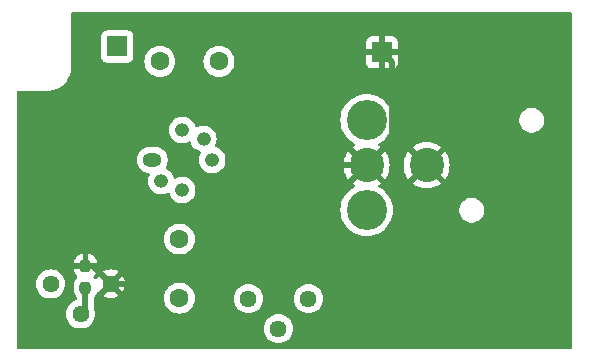
<source format=gbr>
%TF.GenerationSoftware,KiCad,Pcbnew,8.0.5*%
%TF.CreationDate,2024-10-12T09:30:04-04:00*%
%TF.ProjectId,preamp,70726561-6d70-42e6-9b69-6361645f7063,rev?*%
%TF.SameCoordinates,Original*%
%TF.FileFunction,Copper,L2,Bot*%
%TF.FilePolarity,Positive*%
%FSLAX46Y46*%
G04 Gerber Fmt 4.6, Leading zero omitted, Abs format (unit mm)*
G04 Created by KiCad (PCBNEW 8.0.5) date 2024-10-12 09:30:04*
%MOMM*%
%LPD*%
G01*
G04 APERTURE LIST*
G04 Aperture macros list*
%AMRoundRect*
0 Rectangle with rounded corners*
0 $1 Rounding radius*
0 $2 $3 $4 $5 $6 $7 $8 $9 X,Y pos of 4 corners*
0 Add a 4 corners polygon primitive as box body*
4,1,4,$2,$3,$4,$5,$6,$7,$8,$9,$2,$3,0*
0 Add four circle primitives for the rounded corners*
1,1,$1+$1,$2,$3*
1,1,$1+$1,$4,$5*
1,1,$1+$1,$6,$7*
1,1,$1+$1,$8,$9*
0 Add four rect primitives between the rounded corners*
20,1,$1+$1,$2,$3,$4,$5,0*
20,1,$1+$1,$4,$5,$6,$7,0*
20,1,$1+$1,$6,$7,$8,$9,0*
20,1,$1+$1,$8,$9,$2,$3,0*%
G04 Aperture macros list end*
%TA.AperFunction,ComponentPad*%
%ADD10C,1.600000*%
%TD*%
%TA.AperFunction,ComponentPad*%
%ADD11C,3.400000*%
%TD*%
%TA.AperFunction,ComponentPad*%
%ADD12C,2.900000*%
%TD*%
%TA.AperFunction,ComponentPad*%
%ADD13R,1.700000X1.700000*%
%TD*%
%TA.AperFunction,ComponentPad*%
%ADD14C,1.440000*%
%TD*%
%TA.AperFunction,ComponentPad*%
%ADD15O,1.600000X1.200000*%
%TD*%
%TA.AperFunction,ComponentPad*%
%ADD16O,1.200000X1.200000*%
%TD*%
%TA.AperFunction,SMDPad,CuDef*%
%ADD17RoundRect,0.237500X0.237500X-0.250000X0.237500X0.250000X-0.237500X0.250000X-0.237500X-0.250000X0*%
%TD*%
%TA.AperFunction,ViaPad*%
%ADD18C,0.800000*%
%TD*%
%TA.AperFunction,Conductor*%
%ADD19C,0.500000*%
%TD*%
G04 APERTURE END LIST*
D10*
%TO.P,C4,1*%
%TO.N,Net-(Q2B-G2)*%
X108200000Y-75600000D03*
%TO.P,C4,2*%
%TO.N,Net-(C4-Pad2)*%
X103200000Y-75600000D03*
%TD*%
D11*
%TO.P,J1,1*%
%TO.N,/out+*%
X120700000Y-88210000D03*
%TO.P,J1,2*%
%TO.N,/out-*%
X120700000Y-80590000D03*
D12*
%TO.P,J1,3*%
%TO.N,GND*%
X120700000Y-84400000D03*
%TO.P,J1,G*%
X125780000Y-84400000D03*
%TD*%
D13*
%TO.P,TP2,1,1*%
%TO.N,Net-(C4-Pad2)*%
X99600000Y-74350000D03*
%TD*%
D14*
%TO.P,RV2,1,1*%
%TO.N,/out+*%
X110700000Y-95700000D03*
%TO.P,RV2,2,2*%
%TO.N,Net-(C2-Pad1)*%
X113240000Y-98240000D03*
%TO.P,RV2,3,3*%
%TO.N,/out-*%
X115780000Y-95700000D03*
%TD*%
D10*
%TO.P,C2,1*%
%TO.N,Net-(C2-Pad1)*%
X104850000Y-95650000D03*
%TO.P,C2,2*%
%TO.N,Net-(Q2A-G1)*%
X104850000Y-90650000D03*
%TD*%
D15*
%TO.P,Q2,1,S1*%
%TO.N,Net-(Q2A-S1)*%
X102560000Y-83950000D03*
D16*
%TO.P,Q2,2,D1*%
%TO.N,Net-(Q1-E)*%
X103303949Y-85746051D03*
%TO.P,Q2,3,G1*%
%TO.N,Net-(Q2A-G1)*%
X105100000Y-86490000D03*
%TO.P,Q2,4,S2*%
%TO.N,Net-(Q2B-S2)*%
X107640000Y-83950000D03*
%TO.P,Q2,5,D2*%
%TO.N,Net-(Q2B-D2)*%
X106896051Y-82153949D03*
%TO.P,Q2,6,G2*%
%TO.N,Net-(Q2B-G2)*%
X105100000Y-81410000D03*
%TD*%
D13*
%TO.P,TP1,1,1*%
%TO.N,GND*%
X122000000Y-74850000D03*
%TD*%
D14*
%TO.P,RV1,1,1*%
%TO.N,Net-(R6-Pad2)*%
X93950000Y-94450000D03*
%TO.P,RV1,2,2*%
%TO.N,Net-(Q3-B)*%
X96490000Y-96990000D03*
%TO.P,RV1,3,3*%
%TO.N,GND*%
X99030000Y-94450000D03*
%TD*%
D17*
%TO.P,C3,1*%
%TO.N,Net-(Q3-B)*%
X96900000Y-94762500D03*
%TO.P,C3,2*%
%TO.N,GND*%
X96900000Y-92937500D03*
%TD*%
D18*
%TO.N,GND*%
X111200000Y-77150000D03*
X99350000Y-78100000D03*
X111200000Y-84200000D03*
X109623922Y-88273922D03*
%TD*%
D19*
%TO.N,GND*%
X113297845Y-84200000D02*
X113497845Y-84400000D01*
X99350000Y-78100000D02*
X101075000Y-79825000D01*
X109623922Y-88273922D02*
X113497845Y-84400000D01*
X103447845Y-94450000D02*
X109623922Y-88273922D01*
X97517500Y-92937500D02*
X99030000Y-94450000D01*
X113875000Y-79825000D02*
X111200000Y-77150000D01*
X111200000Y-84200000D02*
X113297845Y-84200000D01*
X96900000Y-92937500D02*
X97517500Y-92937500D01*
X120700000Y-84400000D02*
X118450000Y-84400000D01*
X99030000Y-94450000D02*
X103447845Y-94450000D01*
X122850000Y-82250000D02*
X120700000Y-84400000D01*
X113497845Y-84400000D02*
X120700000Y-84400000D01*
X101075000Y-79825000D02*
X113875000Y-79825000D01*
X122000000Y-74850000D02*
X122850000Y-75700000D01*
X118450000Y-84400000D02*
X113875000Y-79825000D01*
X122850000Y-75700000D02*
X122850000Y-82250000D01*
%TO.N,Net-(Q3-B)*%
X96900000Y-94762500D02*
X96900000Y-96580000D01*
X96900000Y-96580000D02*
X96490000Y-96990000D01*
%TD*%
%TA.AperFunction,Conductor*%
%TO.N,GND*%
G36*
X138043039Y-71419685D02*
G01*
X138088794Y-71472489D01*
X138100000Y-71524000D01*
X138100000Y-99876000D01*
X138080315Y-99943039D01*
X138027511Y-99988794D01*
X137976000Y-100000000D01*
X91224000Y-100000000D01*
X91156961Y-99980315D01*
X91111206Y-99927511D01*
X91100000Y-99876000D01*
X91100000Y-98239998D01*
X112006807Y-98239998D01*
X112006807Y-98240001D01*
X112025541Y-98454136D01*
X112025542Y-98454144D01*
X112081176Y-98661772D01*
X112081177Y-98661774D01*
X112081178Y-98661777D01*
X112172024Y-98856597D01*
X112172026Y-98856601D01*
X112295319Y-99032682D01*
X112447317Y-99184680D01*
X112623398Y-99307973D01*
X112623400Y-99307974D01*
X112623403Y-99307976D01*
X112818223Y-99398822D01*
X113025858Y-99454458D01*
X113178816Y-99467840D01*
X113239998Y-99473193D01*
X113240000Y-99473193D01*
X113240002Y-99473193D01*
X113293535Y-99468509D01*
X113454142Y-99454458D01*
X113661777Y-99398822D01*
X113856597Y-99307976D01*
X114032681Y-99184681D01*
X114184681Y-99032681D01*
X114307976Y-98856597D01*
X114398822Y-98661777D01*
X114454458Y-98454142D01*
X114473193Y-98240000D01*
X114470083Y-98204458D01*
X114457268Y-98057975D01*
X114454458Y-98025858D01*
X114398822Y-97818223D01*
X114307976Y-97623404D01*
X114184681Y-97447319D01*
X114184679Y-97447316D01*
X114032682Y-97295319D01*
X113856601Y-97172026D01*
X113856597Y-97172024D01*
X113856595Y-97172023D01*
X113661777Y-97081178D01*
X113661774Y-97081177D01*
X113661772Y-97081176D01*
X113454144Y-97025542D01*
X113454136Y-97025541D01*
X113240002Y-97006807D01*
X113239998Y-97006807D01*
X113025863Y-97025541D01*
X113025855Y-97025542D01*
X112818227Y-97081176D01*
X112818221Y-97081179D01*
X112623405Y-97172023D01*
X112623403Y-97172024D01*
X112447316Y-97295320D01*
X112295320Y-97447316D01*
X112172024Y-97623403D01*
X112172023Y-97623405D01*
X112081179Y-97818221D01*
X112081176Y-97818227D01*
X112025542Y-98025855D01*
X112025541Y-98025863D01*
X112006807Y-98239998D01*
X91100000Y-98239998D01*
X91100000Y-96989998D01*
X95256807Y-96989998D01*
X95256807Y-96990001D01*
X95275541Y-97204136D01*
X95275542Y-97204144D01*
X95331176Y-97411772D01*
X95331177Y-97411774D01*
X95331178Y-97411777D01*
X95422024Y-97606597D01*
X95422026Y-97606601D01*
X95545319Y-97782682D01*
X95697317Y-97934680D01*
X95873398Y-98057973D01*
X95873400Y-98057974D01*
X95873403Y-98057976D01*
X96068223Y-98148822D01*
X96275858Y-98204458D01*
X96428816Y-98217840D01*
X96489998Y-98223193D01*
X96490000Y-98223193D01*
X96490002Y-98223193D01*
X96543535Y-98218509D01*
X96704142Y-98204458D01*
X96911777Y-98148822D01*
X97106597Y-98057976D01*
X97282681Y-97934681D01*
X97434681Y-97782681D01*
X97557976Y-97606597D01*
X97648822Y-97411777D01*
X97704458Y-97204142D01*
X97723193Y-96990000D01*
X97704458Y-96775858D01*
X97662725Y-96620107D01*
X97658500Y-96588014D01*
X97658500Y-95597866D01*
X97678185Y-95530827D01*
X97694819Y-95510185D01*
X97726658Y-95478346D01*
X97818209Y-95329920D01*
X97860962Y-95200898D01*
X97900734Y-95143452D01*
X97965250Y-95116629D01*
X97989476Y-95116373D01*
X98008415Y-95118030D01*
X98630000Y-94496445D01*
X98630000Y-94502661D01*
X98657259Y-94604394D01*
X98709920Y-94695606D01*
X98784394Y-94770080D01*
X98875606Y-94822741D01*
X98977339Y-94850000D01*
X98983553Y-94850000D01*
X98361968Y-95471584D01*
X98417663Y-95510582D01*
X98417669Y-95510586D01*
X98611140Y-95600802D01*
X98611146Y-95600805D01*
X98817337Y-95656054D01*
X98817345Y-95656055D01*
X99029998Y-95674660D01*
X99030002Y-95674660D01*
X99242654Y-95656055D01*
X99242662Y-95656054D01*
X99265263Y-95649998D01*
X103536502Y-95649998D01*
X103536502Y-95650001D01*
X103556456Y-95878081D01*
X103556457Y-95878089D01*
X103615714Y-96099238D01*
X103615718Y-96099249D01*
X103661449Y-96197319D01*
X103712477Y-96306749D01*
X103843802Y-96494300D01*
X104005700Y-96656198D01*
X104193251Y-96787523D01*
X104318091Y-96845736D01*
X104400750Y-96884281D01*
X104400752Y-96884281D01*
X104400757Y-96884284D01*
X104621913Y-96943543D01*
X104784832Y-96957796D01*
X104849998Y-96963498D01*
X104850000Y-96963498D01*
X104850002Y-96963498D01*
X104907021Y-96958509D01*
X105078087Y-96943543D01*
X105299243Y-96884284D01*
X105506749Y-96787523D01*
X105694300Y-96656198D01*
X105856198Y-96494300D01*
X105987523Y-96306749D01*
X106084284Y-96099243D01*
X106143543Y-95878087D01*
X106159124Y-95699998D01*
X109466807Y-95699998D01*
X109466807Y-95700001D01*
X109485541Y-95914136D01*
X109485542Y-95914144D01*
X109541176Y-96121772D01*
X109541177Y-96121774D01*
X109541178Y-96121777D01*
X109576404Y-96197319D01*
X109632024Y-96316597D01*
X109632026Y-96316601D01*
X109755319Y-96492682D01*
X109907317Y-96644680D01*
X110083398Y-96767973D01*
X110083400Y-96767974D01*
X110083403Y-96767976D01*
X110278223Y-96858822D01*
X110485858Y-96914458D01*
X110638816Y-96927840D01*
X110699998Y-96933193D01*
X110700000Y-96933193D01*
X110700002Y-96933193D01*
X110753535Y-96928509D01*
X110914142Y-96914458D01*
X111121777Y-96858822D01*
X111316597Y-96767976D01*
X111492681Y-96644681D01*
X111644681Y-96492681D01*
X111767976Y-96316597D01*
X111858822Y-96121777D01*
X111914458Y-95914142D01*
X111933193Y-95700000D01*
X111933193Y-95699998D01*
X114546807Y-95699998D01*
X114546807Y-95700001D01*
X114565541Y-95914136D01*
X114565542Y-95914144D01*
X114621176Y-96121772D01*
X114621177Y-96121774D01*
X114621178Y-96121777D01*
X114656404Y-96197319D01*
X114712024Y-96316597D01*
X114712026Y-96316601D01*
X114835319Y-96492682D01*
X114987317Y-96644680D01*
X115163398Y-96767973D01*
X115163400Y-96767974D01*
X115163403Y-96767976D01*
X115358223Y-96858822D01*
X115565858Y-96914458D01*
X115718816Y-96927840D01*
X115779998Y-96933193D01*
X115780000Y-96933193D01*
X115780002Y-96933193D01*
X115833535Y-96928509D01*
X115994142Y-96914458D01*
X116201777Y-96858822D01*
X116396597Y-96767976D01*
X116572681Y-96644681D01*
X116724681Y-96492681D01*
X116847976Y-96316597D01*
X116938822Y-96121777D01*
X116994458Y-95914142D01*
X117013193Y-95700000D01*
X117010083Y-95664458D01*
X117005216Y-95608820D01*
X116994458Y-95485858D01*
X116938822Y-95278223D01*
X116847976Y-95083404D01*
X116724681Y-94907319D01*
X116724679Y-94907316D01*
X116572682Y-94755319D01*
X116396601Y-94632026D01*
X116396597Y-94632024D01*
X116337344Y-94604394D01*
X116201777Y-94541178D01*
X116201774Y-94541177D01*
X116201772Y-94541176D01*
X115994144Y-94485542D01*
X115994136Y-94485541D01*
X115780002Y-94466807D01*
X115779998Y-94466807D01*
X115565863Y-94485541D01*
X115565855Y-94485542D01*
X115358227Y-94541176D01*
X115358221Y-94541179D01*
X115163405Y-94632023D01*
X115163403Y-94632024D01*
X114987316Y-94755320D01*
X114835320Y-94907316D01*
X114712024Y-95083403D01*
X114712023Y-95083405D01*
X114621179Y-95278221D01*
X114621176Y-95278227D01*
X114565542Y-95485855D01*
X114565541Y-95485863D01*
X114546807Y-95699998D01*
X111933193Y-95699998D01*
X111930083Y-95664458D01*
X111925216Y-95608820D01*
X111914458Y-95485858D01*
X111858822Y-95278223D01*
X111767976Y-95083404D01*
X111644681Y-94907319D01*
X111644679Y-94907316D01*
X111492682Y-94755319D01*
X111316601Y-94632026D01*
X111316597Y-94632024D01*
X111257344Y-94604394D01*
X111121777Y-94541178D01*
X111121774Y-94541177D01*
X111121772Y-94541176D01*
X110914144Y-94485542D01*
X110914136Y-94485541D01*
X110700002Y-94466807D01*
X110699998Y-94466807D01*
X110485863Y-94485541D01*
X110485855Y-94485542D01*
X110278227Y-94541176D01*
X110278221Y-94541179D01*
X110083405Y-94632023D01*
X110083403Y-94632024D01*
X109907316Y-94755320D01*
X109755320Y-94907316D01*
X109632024Y-95083403D01*
X109632023Y-95083405D01*
X109541179Y-95278221D01*
X109541176Y-95278227D01*
X109485542Y-95485855D01*
X109485541Y-95485863D01*
X109466807Y-95699998D01*
X106159124Y-95699998D01*
X106163498Y-95650000D01*
X106159895Y-95608823D01*
X106151301Y-95510586D01*
X106143543Y-95421913D01*
X106084284Y-95200757D01*
X105987523Y-94993251D01*
X105856198Y-94805700D01*
X105694300Y-94643802D01*
X105506749Y-94512477D01*
X105506745Y-94512475D01*
X105299249Y-94415718D01*
X105299238Y-94415714D01*
X105078089Y-94356457D01*
X105078081Y-94356456D01*
X104850002Y-94336502D01*
X104849998Y-94336502D01*
X104621918Y-94356456D01*
X104621910Y-94356457D01*
X104400761Y-94415714D01*
X104400750Y-94415718D01*
X104193254Y-94512475D01*
X104193252Y-94512476D01*
X104193251Y-94512477D01*
X104005700Y-94643802D01*
X104005698Y-94643803D01*
X104005695Y-94643806D01*
X103843806Y-94805695D01*
X103712476Y-94993252D01*
X103712475Y-94993254D01*
X103615718Y-95200750D01*
X103615714Y-95200761D01*
X103556457Y-95421910D01*
X103556456Y-95421918D01*
X103536502Y-95649998D01*
X99265263Y-95649998D01*
X99448853Y-95600805D01*
X99448864Y-95600801D01*
X99642325Y-95510589D01*
X99698030Y-95471583D01*
X99076448Y-94850000D01*
X99082661Y-94850000D01*
X99184394Y-94822741D01*
X99275606Y-94770080D01*
X99350080Y-94695606D01*
X99402741Y-94604394D01*
X99430000Y-94502661D01*
X99430000Y-94496447D01*
X100051583Y-95118029D01*
X100090589Y-95062325D01*
X100180801Y-94868864D01*
X100180805Y-94868853D01*
X100236054Y-94662662D01*
X100236055Y-94662654D01*
X100254660Y-94450002D01*
X100254660Y-94449997D01*
X100236055Y-94237345D01*
X100236054Y-94237337D01*
X100180805Y-94031146D01*
X100180802Y-94031140D01*
X100090586Y-93837669D01*
X100090582Y-93837663D01*
X100051584Y-93781968D01*
X99430000Y-94403552D01*
X99430000Y-94397339D01*
X99402741Y-94295606D01*
X99350080Y-94204394D01*
X99275606Y-94129920D01*
X99184394Y-94077259D01*
X99082661Y-94050000D01*
X99076447Y-94050000D01*
X99698030Y-93428415D01*
X99642329Y-93389413D01*
X99448859Y-93299197D01*
X99448853Y-93299194D01*
X99242662Y-93243945D01*
X99242654Y-93243944D01*
X99030002Y-93225340D01*
X99029998Y-93225340D01*
X98817345Y-93243944D01*
X98817337Y-93243945D01*
X98611146Y-93299194D01*
X98611140Y-93299197D01*
X98417671Y-93389412D01*
X98417669Y-93389413D01*
X98361969Y-93428415D01*
X98361968Y-93428415D01*
X98983554Y-94050000D01*
X98977339Y-94050000D01*
X98875606Y-94077259D01*
X98784394Y-94129920D01*
X98709920Y-94204394D01*
X98657259Y-94295606D01*
X98630000Y-94397339D01*
X98630000Y-94403553D01*
X98008415Y-93781968D01*
X98008415Y-93781969D01*
X97969413Y-93837669D01*
X97969412Y-93837671D01*
X97900594Y-93985251D01*
X97854421Y-94037690D01*
X97787228Y-94056842D01*
X97720346Y-94036626D01*
X97700531Y-94020527D01*
X97611674Y-93931670D01*
X97578189Y-93870347D01*
X97583173Y-93800655D01*
X97611674Y-93756307D01*
X97719948Y-93648033D01*
X97810448Y-93501311D01*
X97810453Y-93501300D01*
X97864680Y-93337652D01*
X97874999Y-93236654D01*
X97875000Y-93236641D01*
X97875000Y-93187500D01*
X95925001Y-93187500D01*
X95925001Y-93236654D01*
X95935319Y-93337652D01*
X95989546Y-93501300D01*
X95989551Y-93501311D01*
X96080052Y-93648034D01*
X96080055Y-93648038D01*
X96188325Y-93756308D01*
X96221810Y-93817631D01*
X96216826Y-93887323D01*
X96188326Y-93931670D01*
X96073339Y-94046657D01*
X95981795Y-94195071D01*
X95981790Y-94195082D01*
X95926938Y-94360617D01*
X95916500Y-94462779D01*
X95916500Y-95062205D01*
X95916501Y-95062221D01*
X95926938Y-95164382D01*
X95981790Y-95329917D01*
X95981795Y-95329928D01*
X96073339Y-95478342D01*
X96073342Y-95478346D01*
X96105181Y-95510185D01*
X96138666Y-95571508D01*
X96141500Y-95597866D01*
X96141500Y-95718011D01*
X96121815Y-95785050D01*
X96069905Y-95830393D01*
X95873405Y-95922023D01*
X95873403Y-95922024D01*
X95697316Y-96045320D01*
X95545320Y-96197316D01*
X95422024Y-96373403D01*
X95422023Y-96373405D01*
X95331179Y-96568221D01*
X95331176Y-96568227D01*
X95275542Y-96775855D01*
X95275541Y-96775863D01*
X95256807Y-96989998D01*
X91100000Y-96989998D01*
X91100000Y-94449998D01*
X92716807Y-94449998D01*
X92716807Y-94450001D01*
X92735541Y-94664136D01*
X92735542Y-94664144D01*
X92791176Y-94871772D01*
X92791177Y-94871774D01*
X92791178Y-94871777D01*
X92847822Y-94993251D01*
X92882024Y-95066597D01*
X92882026Y-95066601D01*
X93005319Y-95242682D01*
X93157317Y-95394680D01*
X93333398Y-95517973D01*
X93333400Y-95517974D01*
X93333403Y-95517976D01*
X93528223Y-95608822D01*
X93735858Y-95664458D01*
X93888816Y-95677840D01*
X93949998Y-95683193D01*
X93950000Y-95683193D01*
X93950002Y-95683193D01*
X94003535Y-95678509D01*
X94164142Y-95664458D01*
X94371777Y-95608822D01*
X94566597Y-95517976D01*
X94742681Y-95394681D01*
X94894681Y-95242681D01*
X95017976Y-95066597D01*
X95108822Y-94871777D01*
X95164458Y-94664142D01*
X95183193Y-94450000D01*
X95164458Y-94235858D01*
X95108822Y-94028223D01*
X95017976Y-93833404D01*
X94894681Y-93657319D01*
X94894679Y-93657316D01*
X94742682Y-93505319D01*
X94566601Y-93382026D01*
X94566597Y-93382024D01*
X94566595Y-93382023D01*
X94371777Y-93291178D01*
X94371774Y-93291177D01*
X94371772Y-93291176D01*
X94164144Y-93235542D01*
X94164136Y-93235541D01*
X93950002Y-93216807D01*
X93949998Y-93216807D01*
X93735863Y-93235541D01*
X93735855Y-93235542D01*
X93528227Y-93291176D01*
X93528221Y-93291179D01*
X93333405Y-93382023D01*
X93333403Y-93382024D01*
X93157316Y-93505320D01*
X93005320Y-93657316D01*
X92882024Y-93833403D01*
X92882023Y-93833405D01*
X92791179Y-94028221D01*
X92791176Y-94028227D01*
X92735542Y-94235855D01*
X92735541Y-94235863D01*
X92716807Y-94449998D01*
X91100000Y-94449998D01*
X91100000Y-92638345D01*
X95925000Y-92638345D01*
X95925000Y-92687500D01*
X96650000Y-92687500D01*
X97150000Y-92687500D01*
X97874999Y-92687500D01*
X97874999Y-92638360D01*
X97874998Y-92638345D01*
X97864680Y-92537347D01*
X97810453Y-92373699D01*
X97810448Y-92373688D01*
X97719947Y-92226965D01*
X97719944Y-92226961D01*
X97598038Y-92105055D01*
X97598034Y-92105052D01*
X97451311Y-92014551D01*
X97451300Y-92014546D01*
X97287652Y-91960319D01*
X97186654Y-91950000D01*
X97150000Y-91950000D01*
X97150000Y-92687500D01*
X96650000Y-92687500D01*
X96650000Y-91950000D01*
X96613361Y-91950000D01*
X96613343Y-91950001D01*
X96512347Y-91960319D01*
X96348699Y-92014546D01*
X96348688Y-92014551D01*
X96201965Y-92105052D01*
X96201961Y-92105055D01*
X96080055Y-92226961D01*
X96080052Y-92226965D01*
X95989551Y-92373688D01*
X95989546Y-92373699D01*
X95935319Y-92537347D01*
X95925000Y-92638345D01*
X91100000Y-92638345D01*
X91100000Y-90649998D01*
X103536502Y-90649998D01*
X103536502Y-90650001D01*
X103556456Y-90878081D01*
X103556457Y-90878089D01*
X103615714Y-91099238D01*
X103615718Y-91099249D01*
X103712475Y-91306745D01*
X103712477Y-91306749D01*
X103843802Y-91494300D01*
X104005700Y-91656198D01*
X104193251Y-91787523D01*
X104318091Y-91845736D01*
X104400750Y-91884281D01*
X104400752Y-91884281D01*
X104400757Y-91884284D01*
X104621913Y-91943543D01*
X104784832Y-91957796D01*
X104849998Y-91963498D01*
X104850000Y-91963498D01*
X104850002Y-91963498D01*
X104907021Y-91958509D01*
X105078087Y-91943543D01*
X105299243Y-91884284D01*
X105506749Y-91787523D01*
X105694300Y-91656198D01*
X105856198Y-91494300D01*
X105987523Y-91306749D01*
X106084284Y-91099243D01*
X106143543Y-90878087D01*
X106163498Y-90650000D01*
X106143543Y-90421913D01*
X106084284Y-90200757D01*
X105987523Y-89993251D01*
X105856198Y-89805700D01*
X105694300Y-89643802D01*
X105506749Y-89512477D01*
X105506745Y-89512475D01*
X105299249Y-89415718D01*
X105299238Y-89415714D01*
X105078089Y-89356457D01*
X105078081Y-89356456D01*
X104850002Y-89336502D01*
X104849998Y-89336502D01*
X104621918Y-89356456D01*
X104621910Y-89356457D01*
X104400761Y-89415714D01*
X104400750Y-89415718D01*
X104193254Y-89512475D01*
X104193252Y-89512476D01*
X104193251Y-89512477D01*
X104005700Y-89643802D01*
X104005698Y-89643803D01*
X104005695Y-89643806D01*
X103843806Y-89805695D01*
X103712476Y-89993252D01*
X103712475Y-89993254D01*
X103615718Y-90200750D01*
X103615714Y-90200761D01*
X103556457Y-90421910D01*
X103556456Y-90421918D01*
X103536502Y-90649998D01*
X91100000Y-90649998D01*
X91100000Y-83862759D01*
X101251500Y-83862759D01*
X101251500Y-84037240D01*
X101278795Y-84209575D01*
X101332710Y-84375513D01*
X101332711Y-84375516D01*
X101411928Y-84530984D01*
X101514477Y-84672132D01*
X101514481Y-84672137D01*
X101637862Y-84795518D01*
X101637867Y-84795522D01*
X101754306Y-84880119D01*
X101779019Y-84898074D01*
X101874134Y-84946538D01*
X101934483Y-84977288D01*
X101934486Y-84977289D01*
X101992250Y-84996057D01*
X102100426Y-85031205D01*
X102231159Y-85051911D01*
X102294293Y-85081840D01*
X102331225Y-85141151D01*
X102330227Y-85211014D01*
X102322761Y-85229656D01*
X102265879Y-85343888D01*
X102265873Y-85343903D01*
X102209655Y-85541490D01*
X102209654Y-85541492D01*
X102190700Y-85746050D01*
X102190700Y-85746051D01*
X102209654Y-85950609D01*
X102209655Y-85950611D01*
X102265873Y-86148198D01*
X102265879Y-86148213D01*
X102357442Y-86332095D01*
X102357447Y-86332103D01*
X102481249Y-86496044D01*
X102609733Y-86613171D01*
X102633067Y-86634443D01*
X102807731Y-86742591D01*
X102999294Y-86816802D01*
X103201231Y-86854551D01*
X103201233Y-86854551D01*
X103406665Y-86854551D01*
X103406667Y-86854551D01*
X103608604Y-86816802D01*
X103800167Y-86742591D01*
X103846931Y-86713635D01*
X103914290Y-86695079D01*
X103980990Y-86715886D01*
X104025852Y-86769451D01*
X104031475Y-86785128D01*
X104061924Y-86892147D01*
X104061930Y-86892162D01*
X104153493Y-87076044D01*
X104153498Y-87076052D01*
X104277300Y-87239993D01*
X104407904Y-87359053D01*
X104429118Y-87378392D01*
X104603782Y-87486540D01*
X104795345Y-87560751D01*
X104997282Y-87598500D01*
X104997284Y-87598500D01*
X105202716Y-87598500D01*
X105202718Y-87598500D01*
X105404655Y-87560751D01*
X105596218Y-87486540D01*
X105770882Y-87378392D01*
X105922701Y-87239991D01*
X106046503Y-87076050D01*
X106138074Y-86892152D01*
X106194294Y-86694559D01*
X106213249Y-86490000D01*
X106194294Y-86285441D01*
X106138074Y-86087848D01*
X106116558Y-86044638D01*
X106046506Y-85903955D01*
X106046501Y-85903947D01*
X105922699Y-85740006D01*
X105770883Y-85601609D01*
X105770882Y-85601608D01*
X105639343Y-85520162D01*
X105596220Y-85493461D01*
X105596218Y-85493460D01*
X105404655Y-85419249D01*
X105202718Y-85381500D01*
X104997282Y-85381500D01*
X104795345Y-85419249D01*
X104795342Y-85419249D01*
X104795342Y-85419250D01*
X104603776Y-85493462D01*
X104557016Y-85522415D01*
X104489655Y-85540970D01*
X104422956Y-85520162D01*
X104378095Y-85466597D01*
X104372479Y-85450944D01*
X104342023Y-85343899D01*
X104342018Y-85343888D01*
X104250455Y-85160006D01*
X104250450Y-85159998D01*
X104126648Y-84996057D01*
X103974832Y-84857660D01*
X103974831Y-84857659D01*
X103800167Y-84749511D01*
X103754610Y-84731862D01*
X103699210Y-84689290D01*
X103675619Y-84623523D01*
X103691330Y-84555443D01*
X103699088Y-84543349D01*
X103708074Y-84530981D01*
X103787288Y-84375516D01*
X103841205Y-84209574D01*
X103868500Y-84037241D01*
X103868500Y-83862759D01*
X103841205Y-83690426D01*
X103814246Y-83607455D01*
X103787289Y-83524486D01*
X103787288Y-83524483D01*
X103724372Y-83401006D01*
X103708074Y-83369019D01*
X103694971Y-83350984D01*
X103605522Y-83227867D01*
X103605518Y-83227862D01*
X103482137Y-83104481D01*
X103482132Y-83104477D01*
X103340984Y-83001928D01*
X103340983Y-83001927D01*
X103340981Y-83001926D01*
X103291175Y-82976548D01*
X103185516Y-82922711D01*
X103185513Y-82922710D01*
X103019575Y-82868795D01*
X102933407Y-82855147D01*
X102847241Y-82841500D01*
X102272759Y-82841500D01*
X102215314Y-82850598D01*
X102100424Y-82868795D01*
X101934486Y-82922710D01*
X101934483Y-82922711D01*
X101779015Y-83001928D01*
X101637867Y-83104477D01*
X101637862Y-83104481D01*
X101514481Y-83227862D01*
X101514477Y-83227867D01*
X101411928Y-83369015D01*
X101332711Y-83524483D01*
X101332710Y-83524486D01*
X101278795Y-83690424D01*
X101251500Y-83862759D01*
X91100000Y-83862759D01*
X91100000Y-81409999D01*
X103986751Y-81409999D01*
X103986751Y-81410000D01*
X104005705Y-81614558D01*
X104005706Y-81614560D01*
X104061924Y-81812147D01*
X104061930Y-81812162D01*
X104153493Y-81996044D01*
X104153498Y-81996052D01*
X104277300Y-82159993D01*
X104405784Y-82277120D01*
X104429118Y-82298392D01*
X104603782Y-82406540D01*
X104795345Y-82480751D01*
X104997282Y-82518500D01*
X104997284Y-82518500D01*
X105202716Y-82518500D01*
X105202718Y-82518500D01*
X105404655Y-82480751D01*
X105596218Y-82406540D01*
X105642982Y-82377584D01*
X105710341Y-82359028D01*
X105777041Y-82379835D01*
X105821903Y-82433400D01*
X105827526Y-82449077D01*
X105857975Y-82556096D01*
X105857981Y-82556111D01*
X105949544Y-82739993D01*
X105949549Y-82740001D01*
X106073351Y-82903942D01*
X106180836Y-83001926D01*
X106225169Y-83042341D01*
X106399833Y-83150489D01*
X106591396Y-83224700D01*
X106591400Y-83224700D01*
X106591401Y-83224701D01*
X106596903Y-83226267D01*
X106596227Y-83228640D01*
X106649057Y-83255464D01*
X106684366Y-83315755D01*
X106681473Y-83385565D01*
X106675044Y-83401006D01*
X106601930Y-83547837D01*
X106601924Y-83547852D01*
X106545706Y-83745439D01*
X106545705Y-83745441D01*
X106526751Y-83949999D01*
X106526751Y-83950000D01*
X106545705Y-84154558D01*
X106545706Y-84154560D01*
X106601924Y-84352147D01*
X106601930Y-84352162D01*
X106693493Y-84536044D01*
X106693498Y-84536052D01*
X106817300Y-84699993D01*
X106892349Y-84768408D01*
X106969118Y-84838392D01*
X107143782Y-84946540D01*
X107335345Y-85020751D01*
X107537282Y-85058500D01*
X107537284Y-85058500D01*
X107742716Y-85058500D01*
X107742718Y-85058500D01*
X107944655Y-85020751D01*
X108136218Y-84946540D01*
X108310882Y-84838392D01*
X108462701Y-84699991D01*
X108586503Y-84536050D01*
X108678074Y-84352152D01*
X108734294Y-84154559D01*
X108753249Y-83950000D01*
X108743138Y-83840889D01*
X108734294Y-83745441D01*
X108734293Y-83745439D01*
X108678075Y-83547852D01*
X108678074Y-83547848D01*
X108678069Y-83547837D01*
X108586506Y-83363955D01*
X108586501Y-83363947D01*
X108462699Y-83200006D01*
X108310883Y-83061609D01*
X108310882Y-83061608D01*
X108136218Y-82953460D01*
X107944655Y-82879249D01*
X107944653Y-82879248D01*
X107944649Y-82879247D01*
X107939148Y-82877682D01*
X107939818Y-82875325D01*
X107886926Y-82848422D01*
X107851662Y-82788104D01*
X107854607Y-82718296D01*
X107861006Y-82702942D01*
X107861172Y-82702610D01*
X107934125Y-82556101D01*
X107990345Y-82358508D01*
X108009300Y-82153949D01*
X107990345Y-81949390D01*
X107934125Y-81751797D01*
X107934120Y-81751786D01*
X107842557Y-81567904D01*
X107842552Y-81567896D01*
X107718750Y-81403955D01*
X107566934Y-81265558D01*
X107566933Y-81265557D01*
X107401021Y-81162828D01*
X107392271Y-81157410D01*
X107392269Y-81157409D01*
X107200706Y-81083198D01*
X106998769Y-81045449D01*
X106793333Y-81045449D01*
X106591396Y-81083198D01*
X106591393Y-81083198D01*
X106591393Y-81083199D01*
X106399827Y-81157411D01*
X106353067Y-81186364D01*
X106285706Y-81204919D01*
X106219007Y-81184111D01*
X106174146Y-81130546D01*
X106168530Y-81114893D01*
X106138074Y-81007848D01*
X106138069Y-81007837D01*
X106046506Y-80823955D01*
X106046501Y-80823947D01*
X105922699Y-80660006D01*
X105845896Y-80589992D01*
X118486761Y-80589992D01*
X118486761Y-80590007D01*
X118505694Y-80878869D01*
X118505695Y-80878879D01*
X118505696Y-80878886D01*
X118505698Y-80878896D01*
X118562174Y-81162822D01*
X118562177Y-81162836D01*
X118655232Y-81436965D01*
X118655241Y-81436986D01*
X118783279Y-81696621D01*
X118944114Y-81937329D01*
X118944116Y-81937331D01*
X118944119Y-81937335D01*
X119135004Y-82154996D01*
X119352665Y-82345881D01*
X119352668Y-82345883D01*
X119352670Y-82345885D01*
X119593375Y-82506718D01*
X119593376Y-82506718D01*
X119593380Y-82506721D01*
X119644596Y-82531977D01*
X119696014Y-82579281D01*
X119713696Y-82646877D01*
X119692027Y-82713301D01*
X119649188Y-82752016D01*
X119643062Y-82755361D01*
X119643054Y-82755366D01*
X119509156Y-82855601D01*
X119509155Y-82855602D01*
X120488941Y-83835387D01*
X120468409Y-83840889D01*
X120331592Y-83919881D01*
X120219881Y-84031592D01*
X120140889Y-84168409D01*
X120135387Y-84188940D01*
X119155602Y-83209155D01*
X119155601Y-83209156D01*
X119055366Y-83343054D01*
X119055361Y-83343061D01*
X118921689Y-83587865D01*
X118824207Y-83849225D01*
X118764919Y-84121769D01*
X118764918Y-84121776D01*
X118745019Y-84399998D01*
X118745019Y-84400001D01*
X118764918Y-84678223D01*
X118764919Y-84678230D01*
X118824207Y-84950774D01*
X118921689Y-85212134D01*
X119055361Y-85456938D01*
X119155602Y-85590843D01*
X120135387Y-84611058D01*
X120140889Y-84631591D01*
X120219881Y-84768408D01*
X120331592Y-84880119D01*
X120468409Y-84959111D01*
X120488940Y-84964612D01*
X119509155Y-85944396D01*
X119643059Y-86044636D01*
X119649176Y-86047976D01*
X119698583Y-86097380D01*
X119713436Y-86165653D01*
X119689021Y-86231118D01*
X119644597Y-86268022D01*
X119593373Y-86293283D01*
X119352666Y-86454117D01*
X119135004Y-86645004D01*
X118944117Y-86862666D01*
X118783281Y-87103376D01*
X118655235Y-87363026D01*
X118562177Y-87637163D01*
X118562174Y-87637177D01*
X118505698Y-87921103D01*
X118505694Y-87921130D01*
X118486761Y-88209992D01*
X118486761Y-88210007D01*
X118505694Y-88498869D01*
X118505695Y-88498879D01*
X118505696Y-88498886D01*
X118505698Y-88498896D01*
X118562174Y-88782822D01*
X118562177Y-88782836D01*
X118655232Y-89056965D01*
X118655241Y-89056986D01*
X118783279Y-89316621D01*
X118944114Y-89557329D01*
X118944116Y-89557331D01*
X118944119Y-89557335D01*
X119135004Y-89774996D01*
X119352665Y-89965881D01*
X119352668Y-89965883D01*
X119352670Y-89965885D01*
X119593378Y-90126720D01*
X119853013Y-90254758D01*
X119853018Y-90254760D01*
X119853030Y-90254766D01*
X120127172Y-90347825D01*
X120411114Y-90404304D01*
X120438858Y-90406122D01*
X120699993Y-90423239D01*
X120700000Y-90423239D01*
X120700007Y-90423239D01*
X120931274Y-90408080D01*
X120988886Y-90404304D01*
X121272828Y-90347825D01*
X121546970Y-90254766D01*
X121806620Y-90126721D01*
X122047335Y-89965881D01*
X122264996Y-89774996D01*
X122455881Y-89557335D01*
X122616721Y-89316620D01*
X122744766Y-89056970D01*
X122837825Y-88782828D01*
X122894304Y-88498886D01*
X122906457Y-88313469D01*
X122913239Y-88210007D01*
X122913239Y-88209992D01*
X122906457Y-88106530D01*
X128539500Y-88106530D01*
X128539500Y-88313469D01*
X128579868Y-88516412D01*
X128579870Y-88516420D01*
X128659058Y-88707596D01*
X128774024Y-88879657D01*
X128920342Y-89025975D01*
X128920345Y-89025977D01*
X129092402Y-89140941D01*
X129283580Y-89220130D01*
X129486530Y-89260499D01*
X129486534Y-89260500D01*
X129486535Y-89260500D01*
X129693466Y-89260500D01*
X129693467Y-89260499D01*
X129896420Y-89220130D01*
X130087598Y-89140941D01*
X130259655Y-89025977D01*
X130405977Y-88879655D01*
X130520941Y-88707598D01*
X130600130Y-88516420D01*
X130640500Y-88313465D01*
X130640500Y-88106535D01*
X130600130Y-87903580D01*
X130520941Y-87712402D01*
X130405977Y-87540345D01*
X130405975Y-87540342D01*
X130259657Y-87394024D01*
X130173626Y-87336541D01*
X130087598Y-87279059D01*
X129896420Y-87199870D01*
X129896412Y-87199868D01*
X129693469Y-87159500D01*
X129693465Y-87159500D01*
X129486535Y-87159500D01*
X129486530Y-87159500D01*
X129283587Y-87199868D01*
X129283579Y-87199870D01*
X129092403Y-87279058D01*
X128920342Y-87394024D01*
X128774024Y-87540342D01*
X128659058Y-87712403D01*
X128579870Y-87903579D01*
X128579868Y-87903587D01*
X128539500Y-88106530D01*
X122906457Y-88106530D01*
X122894305Y-87921130D01*
X122894304Y-87921114D01*
X122837825Y-87637172D01*
X122744766Y-87363030D01*
X122616721Y-87103381D01*
X122598460Y-87076052D01*
X122455882Y-86862666D01*
X122327158Y-86715886D01*
X122264996Y-86645004D01*
X122047335Y-86454119D01*
X122047331Y-86454116D01*
X122047329Y-86454114D01*
X121806621Y-86293279D01*
X121755404Y-86268022D01*
X121703985Y-86220717D01*
X121686303Y-86153122D01*
X121707973Y-86086697D01*
X121750824Y-86047976D01*
X121756945Y-86044633D01*
X121890842Y-85944396D01*
X121890843Y-85944396D01*
X120911060Y-84964612D01*
X120931591Y-84959111D01*
X121068408Y-84880119D01*
X121180119Y-84768408D01*
X121259111Y-84631591D01*
X121264612Y-84611059D01*
X122244396Y-85590843D01*
X122244396Y-85590842D01*
X122344635Y-85456942D01*
X122478310Y-85212134D01*
X122575792Y-84950774D01*
X122635080Y-84678230D01*
X122635081Y-84678223D01*
X122654981Y-84400001D01*
X122654981Y-84399998D01*
X123825019Y-84399998D01*
X123825019Y-84400001D01*
X123844918Y-84678223D01*
X123844919Y-84678230D01*
X123904207Y-84950774D01*
X124001689Y-85212134D01*
X124135361Y-85456938D01*
X124235602Y-85590843D01*
X125215387Y-84611058D01*
X125220889Y-84631591D01*
X125299881Y-84768408D01*
X125411592Y-84880119D01*
X125548409Y-84959111D01*
X125568940Y-84964612D01*
X124589155Y-85944396D01*
X124723061Y-86044637D01*
X124723061Y-86044638D01*
X124967865Y-86178310D01*
X125229225Y-86275792D01*
X125501769Y-86335080D01*
X125501776Y-86335081D01*
X125779999Y-86354981D01*
X125780001Y-86354981D01*
X126058223Y-86335081D01*
X126058230Y-86335080D01*
X126330774Y-86275792D01*
X126592134Y-86178310D01*
X126836942Y-86044635D01*
X126970842Y-85944396D01*
X126970843Y-85944396D01*
X125991060Y-84964612D01*
X126011591Y-84959111D01*
X126148408Y-84880119D01*
X126260119Y-84768408D01*
X126339111Y-84631591D01*
X126344612Y-84611059D01*
X127324396Y-85590843D01*
X127324396Y-85590842D01*
X127424635Y-85456942D01*
X127558310Y-85212134D01*
X127655792Y-84950774D01*
X127715080Y-84678230D01*
X127715081Y-84678223D01*
X127734981Y-84400001D01*
X127734981Y-84399998D01*
X127715081Y-84121776D01*
X127715080Y-84121769D01*
X127655792Y-83849225D01*
X127558310Y-83587865D01*
X127424638Y-83343061D01*
X127324396Y-83209155D01*
X126344612Y-84188939D01*
X126339111Y-84168409D01*
X126260119Y-84031592D01*
X126148408Y-83919881D01*
X126011591Y-83840889D01*
X125991059Y-83835387D01*
X126970843Y-82855602D01*
X126836938Y-82755362D01*
X126836938Y-82755361D01*
X126592134Y-82621689D01*
X126330774Y-82524207D01*
X126058230Y-82464919D01*
X126058223Y-82464918D01*
X125780001Y-82445019D01*
X125779999Y-82445019D01*
X125501776Y-82464918D01*
X125501769Y-82464919D01*
X125229225Y-82524207D01*
X124967865Y-82621689D01*
X124723061Y-82755361D01*
X124723054Y-82755366D01*
X124589156Y-82855601D01*
X124589155Y-82855602D01*
X125568941Y-83835387D01*
X125548409Y-83840889D01*
X125411592Y-83919881D01*
X125299881Y-84031592D01*
X125220889Y-84168409D01*
X125215387Y-84188940D01*
X124235602Y-83209155D01*
X124235601Y-83209156D01*
X124135366Y-83343054D01*
X124135361Y-83343061D01*
X124001689Y-83587865D01*
X123904207Y-83849225D01*
X123844919Y-84121769D01*
X123844918Y-84121776D01*
X123825019Y-84399998D01*
X122654981Y-84399998D01*
X122635081Y-84121776D01*
X122635080Y-84121769D01*
X122575792Y-83849225D01*
X122478310Y-83587865D01*
X122344638Y-83343061D01*
X122244396Y-83209155D01*
X121264612Y-84188939D01*
X121259111Y-84168409D01*
X121180119Y-84031592D01*
X121068408Y-83919881D01*
X120931591Y-83840889D01*
X120911059Y-83835387D01*
X121890843Y-82855602D01*
X121756938Y-82755362D01*
X121756938Y-82755361D01*
X121750815Y-82752018D01*
X121701413Y-82702610D01*
X121686564Y-82634337D01*
X121710985Y-82568873D01*
X121755403Y-82531978D01*
X121806620Y-82506721D01*
X122047335Y-82345881D01*
X122264996Y-82154996D01*
X122455881Y-81937335D01*
X122616721Y-81696620D01*
X122744766Y-81436970D01*
X122837825Y-81162828D01*
X122894304Y-80878886D01*
X122906457Y-80693469D01*
X122913239Y-80590007D01*
X122913239Y-80589992D01*
X122906457Y-80486530D01*
X133619500Y-80486530D01*
X133619500Y-80693469D01*
X133659868Y-80896412D01*
X133659870Y-80896420D01*
X133739058Y-81087596D01*
X133854024Y-81259657D01*
X134000342Y-81405975D01*
X134000345Y-81405977D01*
X134172402Y-81520941D01*
X134363580Y-81600130D01*
X134566530Y-81640499D01*
X134566534Y-81640500D01*
X134566535Y-81640500D01*
X134773466Y-81640500D01*
X134773467Y-81640499D01*
X134976420Y-81600130D01*
X135167598Y-81520941D01*
X135339655Y-81405977D01*
X135485977Y-81259655D01*
X135600941Y-81087598D01*
X135680130Y-80896420D01*
X135720500Y-80693465D01*
X135720500Y-80486535D01*
X135680130Y-80283580D01*
X135600941Y-80092402D01*
X135485977Y-79920345D01*
X135485975Y-79920342D01*
X135339657Y-79774024D01*
X135253626Y-79716541D01*
X135167598Y-79659059D01*
X134976420Y-79579870D01*
X134976412Y-79579868D01*
X134773469Y-79539500D01*
X134773465Y-79539500D01*
X134566535Y-79539500D01*
X134566530Y-79539500D01*
X134363587Y-79579868D01*
X134363579Y-79579870D01*
X134172403Y-79659058D01*
X134000342Y-79774024D01*
X133854024Y-79920342D01*
X133739058Y-80092403D01*
X133659870Y-80283579D01*
X133659868Y-80283587D01*
X133619500Y-80486530D01*
X122906457Y-80486530D01*
X122894305Y-80301130D01*
X122894304Y-80301114D01*
X122837825Y-80017172D01*
X122744766Y-79743030D01*
X122616721Y-79483381D01*
X122455881Y-79242665D01*
X122264996Y-79025004D01*
X122047335Y-78834119D01*
X122047331Y-78834116D01*
X122047329Y-78834114D01*
X121806621Y-78673279D01*
X121546986Y-78545241D01*
X121546965Y-78545232D01*
X121272836Y-78452177D01*
X121272830Y-78452175D01*
X121272828Y-78452175D01*
X120988886Y-78395696D01*
X120988879Y-78395695D01*
X120988869Y-78395694D01*
X120700007Y-78376761D01*
X120699993Y-78376761D01*
X120411130Y-78395694D01*
X120411118Y-78395695D01*
X120411114Y-78395696D01*
X120411106Y-78395697D01*
X120411103Y-78395698D01*
X120127177Y-78452174D01*
X120127163Y-78452177D01*
X119853026Y-78545235D01*
X119593376Y-78673281D01*
X119352666Y-78834117D01*
X119135004Y-79025004D01*
X118944117Y-79242666D01*
X118783281Y-79483376D01*
X118655235Y-79743026D01*
X118562177Y-80017163D01*
X118562174Y-80017177D01*
X118505698Y-80301103D01*
X118505694Y-80301130D01*
X118486761Y-80589992D01*
X105845896Y-80589992D01*
X105770883Y-80521609D01*
X105770882Y-80521608D01*
X105596218Y-80413460D01*
X105404655Y-80339249D01*
X105202718Y-80301500D01*
X104997282Y-80301500D01*
X104795345Y-80339249D01*
X104795342Y-80339249D01*
X104795342Y-80339250D01*
X104603779Y-80413461D01*
X104429116Y-80521609D01*
X104277300Y-80660006D01*
X104153498Y-80823947D01*
X104153493Y-80823955D01*
X104061930Y-81007837D01*
X104061924Y-81007852D01*
X104005706Y-81205439D01*
X104005705Y-81205441D01*
X103986751Y-81409999D01*
X91100000Y-81409999D01*
X91100000Y-78224000D01*
X91119685Y-78156961D01*
X91172489Y-78111206D01*
X91224000Y-78100000D01*
X93700016Y-78100000D01*
X93799381Y-78098227D01*
X93842861Y-78097452D01*
X94125674Y-78056790D01*
X94399821Y-77976293D01*
X94399824Y-77976291D01*
X94399826Y-77976291D01*
X94659710Y-77857606D01*
X94659714Y-77857603D01*
X94659722Y-77857600D01*
X94900086Y-77703127D01*
X95116020Y-77516020D01*
X95303127Y-77300086D01*
X95457600Y-77059722D01*
X95457603Y-77059714D01*
X95457606Y-77059710D01*
X95576291Y-76799826D01*
X95576291Y-76799824D01*
X95576293Y-76799821D01*
X95656790Y-76525674D01*
X95697452Y-76242861D01*
X95700000Y-76100000D01*
X95700000Y-73451345D01*
X98241500Y-73451345D01*
X98241500Y-75248654D01*
X98248011Y-75309202D01*
X98248011Y-75309204D01*
X98271403Y-75371918D01*
X98299111Y-75446204D01*
X98386739Y-75563261D01*
X98503796Y-75650889D01*
X98640799Y-75701989D01*
X98668050Y-75704918D01*
X98701345Y-75708499D01*
X98701362Y-75708500D01*
X100498638Y-75708500D01*
X100498654Y-75708499D01*
X100525692Y-75705591D01*
X100559201Y-75701989D01*
X100696204Y-75650889D01*
X100764186Y-75599998D01*
X101886502Y-75599998D01*
X101886502Y-75600001D01*
X101906456Y-75828081D01*
X101906457Y-75828089D01*
X101965714Y-76049238D01*
X101965718Y-76049249D01*
X102056001Y-76242861D01*
X102062477Y-76256749D01*
X102193802Y-76444300D01*
X102355700Y-76606198D01*
X102543251Y-76737523D01*
X102668091Y-76795736D01*
X102750750Y-76834281D01*
X102750752Y-76834281D01*
X102750757Y-76834284D01*
X102971913Y-76893543D01*
X103134832Y-76907796D01*
X103199998Y-76913498D01*
X103200000Y-76913498D01*
X103200002Y-76913498D01*
X103257021Y-76908509D01*
X103428087Y-76893543D01*
X103649243Y-76834284D01*
X103856749Y-76737523D01*
X104044300Y-76606198D01*
X104206198Y-76444300D01*
X104337523Y-76256749D01*
X104434284Y-76049243D01*
X104493543Y-75828087D01*
X104513498Y-75600000D01*
X104513498Y-75599998D01*
X106886502Y-75599998D01*
X106886502Y-75600001D01*
X106906456Y-75828081D01*
X106906457Y-75828089D01*
X106965714Y-76049238D01*
X106965718Y-76049249D01*
X107056001Y-76242861D01*
X107062477Y-76256749D01*
X107193802Y-76444300D01*
X107355700Y-76606198D01*
X107543251Y-76737523D01*
X107668091Y-76795736D01*
X107750750Y-76834281D01*
X107750752Y-76834281D01*
X107750757Y-76834284D01*
X107971913Y-76893543D01*
X108134832Y-76907796D01*
X108199998Y-76913498D01*
X108200000Y-76913498D01*
X108200002Y-76913498D01*
X108257021Y-76908509D01*
X108428087Y-76893543D01*
X108649243Y-76834284D01*
X108856749Y-76737523D01*
X109044300Y-76606198D01*
X109206198Y-76444300D01*
X109337523Y-76256749D01*
X109434284Y-76049243D01*
X109493543Y-75828087D01*
X109513498Y-75600000D01*
X109493543Y-75371913D01*
X109434284Y-75150757D01*
X109337523Y-74943251D01*
X109206198Y-74755700D01*
X109044300Y-74593802D01*
X108856749Y-74462477D01*
X108829780Y-74449901D01*
X108649249Y-74365718D01*
X108649238Y-74365714D01*
X108428089Y-74306457D01*
X108428081Y-74306456D01*
X108200002Y-74286502D01*
X108199998Y-74286502D01*
X107971918Y-74306456D01*
X107971910Y-74306457D01*
X107750761Y-74365714D01*
X107750750Y-74365718D01*
X107543254Y-74462475D01*
X107543252Y-74462476D01*
X107543251Y-74462477D01*
X107355700Y-74593802D01*
X107355698Y-74593803D01*
X107355695Y-74593806D01*
X107193806Y-74755695D01*
X107193803Y-74755698D01*
X107193802Y-74755700D01*
X107111767Y-74872856D01*
X107062476Y-74943252D01*
X107062475Y-74943254D01*
X106965718Y-75150750D01*
X106965714Y-75150761D01*
X106906457Y-75371910D01*
X106906456Y-75371918D01*
X106886502Y-75599998D01*
X104513498Y-75599998D01*
X104493543Y-75371913D01*
X104434284Y-75150757D01*
X104337523Y-74943251D01*
X104206198Y-74755700D01*
X104044300Y-74593802D01*
X103856749Y-74462477D01*
X103829780Y-74449901D01*
X103649249Y-74365718D01*
X103649238Y-74365714D01*
X103428089Y-74306457D01*
X103428081Y-74306456D01*
X103200002Y-74286502D01*
X103199998Y-74286502D01*
X102971918Y-74306456D01*
X102971910Y-74306457D01*
X102750761Y-74365714D01*
X102750750Y-74365718D01*
X102543254Y-74462475D01*
X102543252Y-74462476D01*
X102543251Y-74462477D01*
X102355700Y-74593802D01*
X102355698Y-74593803D01*
X102355695Y-74593806D01*
X102193806Y-74755695D01*
X102193803Y-74755698D01*
X102193802Y-74755700D01*
X102111767Y-74872856D01*
X102062476Y-74943252D01*
X102062475Y-74943254D01*
X101965718Y-75150750D01*
X101965714Y-75150761D01*
X101906457Y-75371910D01*
X101906456Y-75371918D01*
X101886502Y-75599998D01*
X100764186Y-75599998D01*
X100813261Y-75563261D01*
X100900889Y-75446204D01*
X100951989Y-75309201D01*
X100955591Y-75275692D01*
X100958499Y-75248654D01*
X100958500Y-75248637D01*
X100958500Y-73952155D01*
X120650000Y-73952155D01*
X120650000Y-74600000D01*
X121566988Y-74600000D01*
X121534075Y-74657007D01*
X121500000Y-74784174D01*
X121500000Y-74915826D01*
X121534075Y-75042993D01*
X121566988Y-75100000D01*
X120650000Y-75100000D01*
X120650000Y-75747844D01*
X120656401Y-75807372D01*
X120656403Y-75807379D01*
X120706645Y-75942086D01*
X120706649Y-75942093D01*
X120792809Y-76057187D01*
X120792812Y-76057190D01*
X120907906Y-76143350D01*
X120907913Y-76143354D01*
X121042620Y-76193596D01*
X121042627Y-76193598D01*
X121102155Y-76199999D01*
X121102172Y-76200000D01*
X121750000Y-76200000D01*
X121750000Y-75283012D01*
X121807007Y-75315925D01*
X121934174Y-75350000D01*
X122065826Y-75350000D01*
X122192993Y-75315925D01*
X122250000Y-75283012D01*
X122250000Y-76200000D01*
X122897828Y-76200000D01*
X122897844Y-76199999D01*
X122957372Y-76193598D01*
X122957379Y-76193596D01*
X123092086Y-76143354D01*
X123092093Y-76143350D01*
X123207187Y-76057190D01*
X123207190Y-76057187D01*
X123293350Y-75942093D01*
X123293354Y-75942086D01*
X123343596Y-75807379D01*
X123343598Y-75807372D01*
X123349999Y-75747844D01*
X123350000Y-75747827D01*
X123350000Y-75100000D01*
X122433012Y-75100000D01*
X122465925Y-75042993D01*
X122500000Y-74915826D01*
X122500000Y-74784174D01*
X122465925Y-74657007D01*
X122433012Y-74600000D01*
X123350000Y-74600000D01*
X123350000Y-73952172D01*
X123349999Y-73952155D01*
X123343598Y-73892627D01*
X123343596Y-73892620D01*
X123293354Y-73757913D01*
X123293350Y-73757906D01*
X123207190Y-73642812D01*
X123207187Y-73642809D01*
X123092093Y-73556649D01*
X123092086Y-73556645D01*
X122957379Y-73506403D01*
X122957372Y-73506401D01*
X122897844Y-73500000D01*
X122250000Y-73500000D01*
X122250000Y-74416988D01*
X122192993Y-74384075D01*
X122065826Y-74350000D01*
X121934174Y-74350000D01*
X121807007Y-74384075D01*
X121750000Y-74416988D01*
X121750000Y-73500000D01*
X121102155Y-73500000D01*
X121042627Y-73506401D01*
X121042620Y-73506403D01*
X120907913Y-73556645D01*
X120907906Y-73556649D01*
X120792812Y-73642809D01*
X120792809Y-73642812D01*
X120706649Y-73757906D01*
X120706645Y-73757913D01*
X120656403Y-73892620D01*
X120656401Y-73892627D01*
X120650000Y-73952155D01*
X100958500Y-73952155D01*
X100958500Y-73451362D01*
X100958499Y-73451345D01*
X100955157Y-73420270D01*
X100951989Y-73390799D01*
X100900889Y-73253796D01*
X100813261Y-73136739D01*
X100696204Y-73049111D01*
X100559203Y-72998011D01*
X100498654Y-72991500D01*
X100498638Y-72991500D01*
X98701362Y-72991500D01*
X98701345Y-72991500D01*
X98640797Y-72998011D01*
X98640795Y-72998011D01*
X98503795Y-73049111D01*
X98386739Y-73136739D01*
X98299111Y-73253795D01*
X98248011Y-73390795D01*
X98248011Y-73390797D01*
X98241500Y-73451345D01*
X95700000Y-73451345D01*
X95700000Y-71524000D01*
X95719685Y-71456961D01*
X95772489Y-71411206D01*
X95824000Y-71400000D01*
X137976000Y-71400000D01*
X138043039Y-71419685D01*
G37*
%TD.AperFunction*%
%TD*%
M02*

</source>
